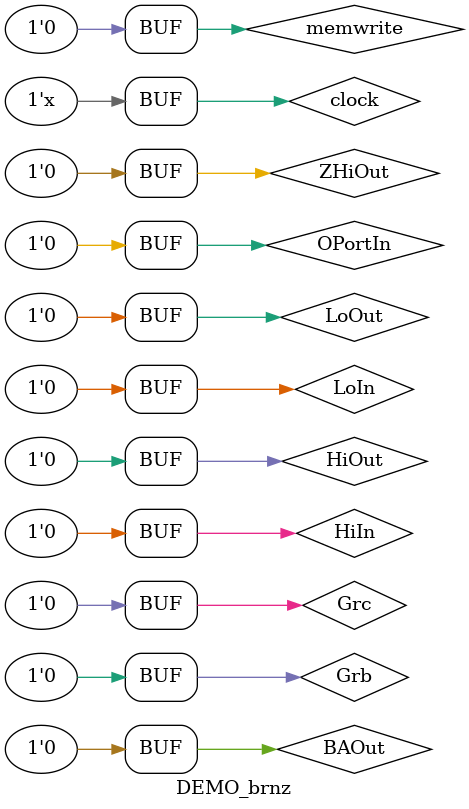
<source format=v>
`timescale 1ns/10ps
module DEMO_brnz();

reg clock, clear;
reg [3:0] present_state;

reg HiIn, LoIn, ZIn, PCIn, MDRIn, MARIn, YIn, OPortIn, IRIn;
initial {HiIn, LoIn, ZIn, PCIn, MDRIn, MARIn, YIn, OPortIn, IRIn} = 0;
reg HiOut, LoOut, ZHiOut, ZLoOut, PCOut, MDROut, IPortOut, COut;
initial {HiOut, LoOut, ZHiOut, ZLoOut, PCOut, MDROut, IPortOut, COut} = 0;

reg [31:0] IPortInput = 0;

reg Gra, Grb, Grc, RIn, ROut, BAOut;
initial {Gra, Grb, Grc, RIn, ROut, BAOut} = 0;

reg Conin = 0;
wire ConOut;

reg memread = 0, memwrite = 0;
reg [4:0] ALUCode = 0;
reg initMem = 0;

DataPath dp(
	clock, clear, 
	HiIn, LoIn, ZIn, PCIn, MDRIn, MARIn, YIn, OPortIn, IRIn,
	HiOut, LoOut, ZHiOut, ZLoOut, PCOut, MDROut, IPortOut, COut,
	IPortInput,
	Gra, Grb, Grc, RIn, ROut, BAOut,
	Conin, ConOut,
	memread, memwrite, 
	ALUCode,
	initMem
);


//states and clock control:
parameter init1 = 4'd1, init2 = 4'd2, init3 = 4'd3, T0 = 4'd4, T1 = 4'd5, T2 = 4'd6, T3 = 4'd7, T4 = 4'd8, T5 = 4'd9, T6 = 4'd10, T7 = 4'd11;//can add more states here
initial begin clock = 0; present_state = 4'd0; end
always #10 clock = ~clock;
always @ (negedge clock) present_state = present_state + 1;



always @(present_state) begin
	case(present_state)
		init1: begin //Preload Register with value
			initMem = 1;
			IPortInput = 32'bxxxxx_0001_xxxx_0000000000000001111;//32'bxxxxx_register_xxxx_value
			IPortOut = 1;
			IRIn = 1;
			#15 IRIn = 0; IPortOut = 0; initMem = 0;
		end
		init2: begin
			Gra = 1;
			RIn = 1;
			COut = 1;
			#15 Gra = 0; RIn = 0; COut = 0;
		end
		init3: begin
			PCIn = 1;
			IPortInput = 32'd342;//preload PC with instruction memory location
			IPortOut = 1;
			#15 PCIn = 0; IPortOut = 0;
		end
		T0: begin
			PCOut = 1; MARIn = 1; ALUCode = 5'b11111; ZIn = 1;
			#15 PCOut = 0; MARIn = 0; ALUCode = 5'b0; ZIn = 0;
		end
		T1: begin
			ZLoOut = 1; PCIn = 1; memread = 1; MDRIn = 1;
			#15 ZLoOut = 0; PCIn = 0; memread = 0; MDRIn = 0;
		end
		T2: begin
			MDROut = 1; IRIn = 1;
			#15 MDROut = 0; IRIn = 0;
		end
		T3: begin
			Gra = 1; ROut = 1; Conin = 1;
			#15 Gra = 0; ROut = 0; Conin = 0;
		end
		T4: begin
			PCOut = 1; YIn = 1;
			#15 PCOut = 0; YIn = 0;
		end
		T5: begin
			COut = 1; ZIn = 1; ALUCode = 5'b00011;
			#15 COut = 0; ZIn = 0;
		end
		T6: begin
			if(ConOut == 1) begin
				ZLoOut = 1; PCIn = 1;
			end
			#13 ZLoOut = 0; PCIn = 0;
		end
		T7: begin

		end
	endcase
end
endmodule 
</source>
